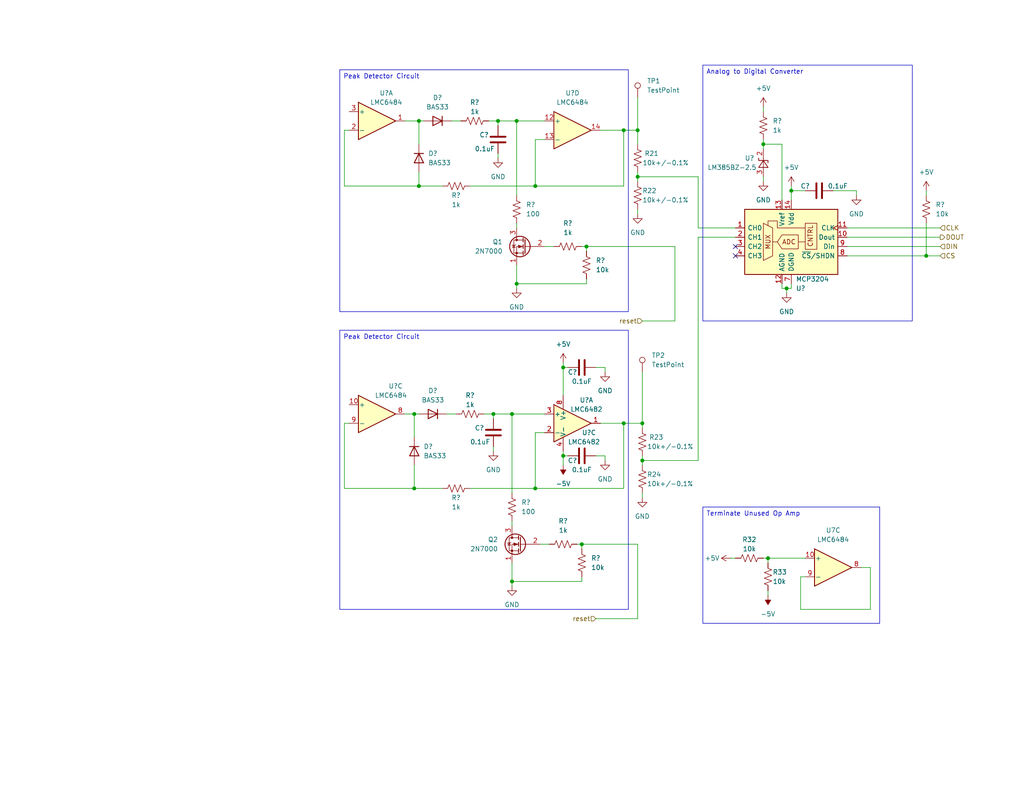
<source format=kicad_sch>
(kicad_sch (version 20230121) (generator eeschema)
  (paper "A")
  (title_block (title "Inductance and Capacitance Meter Analog Front End") (date "2023-10-27") (rev "1") (comment 1 "All resistors are 1% tolerance."))
  (lib_symbols
    (symbol "Amplifier_Operational:LMC6482" (pin_names (offset 0.127))
      (property "Reference" "U" (at 0 5.08 0))
      (property "Value" "LMC6482" (at 0 -5.08 0))
      (symbol "LMC6482_1_1"
        (polyline (pts (xy -5.08 5.08) (xy 5.08 0) (xy -5.08 -5.08) (xy -5.08 5.08)) (stroke (width 0.254)) (fill (type background)))
        (pin output line (at 7.62 0 180) (length 2.54) (name "~") (number "1"))
        (pin input line (at -7.62 -2.54 0) (length 2.54) (name "-") (number "2"))
        (pin input line (at -7.62 2.54 0) (length 2.54) (name "+") (number "3"))
      )
      (symbol "LMC6482_2_1"
        (polyline (pts (xy -5.08 5.08) (xy 5.08 0) (xy -5.08 -5.08) (xy -5.08 5.08)) (stroke (width 0.254)) (fill (type background)))
        (pin input line (at -7.62 2.54 0) (length 2.54) (name "+") (number "5"))
        (pin input line (at -7.62 -2.54 0) (length 2.54) (name "-") (number "6"))
        (pin output line (at 7.62 0 180) (length 2.54) (name "~") (number "7"))
      )
      (symbol "LMC6482_3_1"
        (pin power_in line (at -2.54 -7.62 90) (length 3.81) (name "V-") (number "4"))
        (pin power_in line (at -2.54 7.62 270) (length 3.81) (name "V+") (number "8"))
      )
    )
    (symbol "Amplifier_Operational:LMC6484" (pin_names (offset 0.127))
      (property "Reference" "U" (at 0 5.08 0))
      (property "Value" "LMC6484" (at 0 -5.08 0))
      (symbol "LMC6484_1_1"
        (polyline (pts (xy -5.08 5.08) (xy 5.08 0) (xy -5.08 -5.08) (xy -5.08 5.08)) (stroke (width 0.254)) (fill (type background)))
        (pin output line (at 7.62 0 180) (length 2.54) (name "~") (number "1"))
        (pin input line (at -7.62 -2.54 0) (length 2.54) (name "-") (number "2"))
        (pin input line (at -7.62 2.54 0) (length 2.54) (name "+") (number "3"))
      )
      (symbol "LMC6484_2_1"
        (polyline (pts (xy -5.08 5.08) (xy 5.08 0) (xy -5.08 -5.08) (xy -5.08 5.08)) (stroke (width 0.254)) (fill (type background)))
        (pin input line (at -7.62 2.54 0) (length 2.54) (name "+") (number "5"))
        (pin input line (at -7.62 -2.54 0) (length 2.54) (name "-") (number "6"))
        (pin output line (at 7.62 0 180) (length 2.54) (name "~") (number "7"))
      )
      (symbol "LMC6484_3_1"
        (polyline (pts (xy -5.08 5.08) (xy 5.08 0) (xy -5.08 -5.08) (xy -5.08 5.08)) (stroke (width 0.254)) (fill (type background)))
        (pin input line (at -7.62 2.54 0) (length 2.54) (name "+") (number "10"))
        (pin output line (at 7.62 0 180) (length 2.54) (name "~") (number "8"))
        (pin input line (at -7.62 -2.54 0) (length 2.54) (name "-") (number "9"))
      )
      (symbol "LMC6484_4_1"
        (polyline (pts (xy -5.08 5.08) (xy 5.08 0) (xy -5.08 -5.08) (xy -5.08 5.08)) (stroke (width 0.254)) (fill (type background)))
        (pin input line (at -7.62 2.54 0) (length 2.54) (name "+") (number "12"))
        (pin input line (at -7.62 -2.54 0) (length 2.54) (name "-") (number "13"))
        (pin output line (at 7.62 0 180) (length 2.54) (name "~") (number "14"))
      )
      (symbol "LMC6484_5_1"
        (pin power_in line (at -2.54 -7.62 90) (length 3.81) (name "V-") (number "11"))
        (pin power_in line (at -2.54 7.62 270) (length 3.81) (name "V+") (number "4"))
      )
    )
    (symbol "Analog_ADC:MCP3204" (pin_names (offset 0.762))
      (property "Reference" "U" (at -5.08 10.795 0))
      (property "Value" "MCP3204" (at -5.08 8.89 0))
      (symbol "MCP3204_0_0"
        (text "ADC" (at -0.635 -1.27 0) (effects (font (size 1.27 1.27))))
        (text "CNTRL" (at 5.969 -2.667 900) (effects (font (size 1.27 1.27)) (justify left bottom)))
        (text "MUX" (at -6.35 -1.27 900) (effects (font (size 1.27 1.27))))
      )
      (symbol "MCP3204_0_1"
        (polyline (pts (xy -5.08 -1.27) (xy -3.81 -1.27)))
        (polyline (pts (xy 1.905 -1.27) (xy 3.81 -1.27)))
        (polyline (pts (xy -7.62 3.81) (xy -7.62 -6.35) (xy -5.08 -5.08) (xy -5.08 2.54) (xy -7.62 3.81)))
        (polyline (pts (xy 3.81 2.54) (xy -3.81 2.54) (xy -3.81 4.445) (xy -6.35 4.445) (xy -6.35 3.175)))
        (polyline (pts (xy -3.81 -1.27) (xy -2.54 0.635) (xy 1.905 0.635) (xy 1.905 -3.175) (xy -2.54 -3.175) (xy -3.81 -1.27)))
        (rectangle (start 3.81 -3.302) (end 6.985 3.81))
        (rectangle (start 12.7 7.62) (end -12.7 -10.16) (stroke (width 0.254)) (fill (type background)))
      )
      (symbol "MCP3204_1_1"
        (pin input line (at -15.24 2.54 0) (length 2.54) (name "CH0") (number "1"))
        (pin output line (at 15.24 0 180) (length 2.54) (name "Dout") (number "10"))
        (pin input clock (at 15.24 2.54 180) (length 2.54) (name "CLK") (number "11"))
        (pin power_in line (at -2.54 -12.7 90) (length 2.54) (name "AGND") (number "12"))
        (pin power_in line (at -2.54 10.16 270) (length 2.54) (name "Vref") (number "13"))
        (pin power_in line (at 0 10.16 270) (length 2.54) (name "Vdd") (number "14"))
        (pin input line (at -15.24 0 0) (length 2.54) (name "CH1") (number "2"))
        (pin input line (at -15.24 -2.54 0) (length 2.54) (name "CH2") (number "3"))
        (pin input line (at -15.24 -5.08 0) (length 2.54) (name "CH3") (number "4"))
        (pin no_connect line (at -10.16 -10.16 90) (length 2.54) hide (name "NC") (number "5"))
        (pin no_connect line (at -7.62 -10.16 90) (length 2.54) hide (name "NC") (number "6"))
        (pin power_in line (at 0 -12.7 90) (length 2.54) (name "DGND") (number "7"))
        (pin input line (at 15.24 -5.08 180) (length 2.54) (name "~{CS}/SHDN") (number "8"))
        (pin input line (at 15.24 -2.54 180) (length 2.54) (name "Din") (number "9"))
      )
    )
    (symbol "Connector:TestPoint" (pin_numbers hide) (pin_names (offset 0.762) hide)
      (property "Reference" "TP" (at 0 6.858 0))
      (property "Value" "TestPoint" (at 0 5.08 0))
      (symbol "TestPoint_0_1"
        (circle (center 0 3.302) (radius 0.762))
      )
      (symbol "TestPoint_1_1"
        (pin passive line (at 0 0 90) (length 2.54) (name "1") (number "1"))
      )
    )
    (symbol "Device:C" (pin_numbers hide) (pin_names (offset 0.254))
      (property "Reference" "C" (at 0.635 2.54 0))
      (property "Value" "C" (at 0.635 -2.54 0))
      (symbol "C_0_1"
        (polyline (pts (xy -2.032 -0.762) (xy 2.032 -0.762)) (stroke (width 0.508)))
        (polyline (pts (xy -2.032 0.762) (xy 2.032 0.762)) (stroke (width 0.508)))
      )
      (symbol "C_1_1"
        (pin passive line (at 0 3.81 270) (length 2.794) (name "~") (number "1"))
        (pin passive line (at 0 -3.81 90) (length 2.794) (name "~") (number "2"))
      )
    )
    (symbol "Device:D" (pin_numbers hide) (pin_names (offset 1.016) hide)
      (property "Reference" "D" (at 0 2.54 0))
      (property "Value" "D" (at 0 -2.54 0))
      (symbol "D_0_1"
        (polyline (pts (xy -1.27 1.27) (xy -1.27 -1.27)) (stroke (width 0.254)))
        (polyline (pts (xy 1.27 0) (xy -1.27 0)))
        (polyline (pts (xy 1.27 1.27) (xy 1.27 -1.27) (xy -1.27 0) (xy 1.27 1.27)) (stroke (width 0.254)))
      )
      (symbol "D_1_1"
        (pin passive line (at -3.81 0 0) (length 2.54) (name "K") (number "1"))
        (pin passive line (at 3.81 0 180) (length 2.54) (name "A") (number "2"))
      )
    )
    (symbol "Device:R_US" (pin_numbers hide) (pin_names (offset 0))
      (property "Reference" "R" (at 2.54 0 90))
      (property "Value" "R_US" (at -2.54 0 90))
      (symbol "R_US_0_1"
        (polyline (pts (xy 0 -2.286) (xy 0 -2.54)))
        (polyline (pts (xy 0 2.286) (xy 0 2.54)))
        (polyline (pts (xy 0 -0.762) (xy 1.016 -1.143) (xy 0 -1.524) (xy -1.016 -1.905) (xy 0 -2.286)))
        (polyline (pts (xy 0 0.762) (xy 1.016 0.381) (xy 0 0) (xy -1.016 -0.381) (xy 0 -0.762)))
        (polyline (pts (xy 0 2.286) (xy 1.016 1.905) (xy 0 1.524) (xy -1.016 1.143) (xy 0 0.762)))
      )
      (symbol "R_US_1_1"
        (pin passive line (at 0 3.81 270) (length 1.27) (name "~") (number "1"))
        (pin passive line (at 0 -3.81 90) (length 1.27) (name "~") (number "2"))
      )
    )
    (symbol "Reference_Voltage:LM385BZ-2.5" (pin_names (offset 0.0254) hide)
      (property "Reference" "U" (at 0 2.54 0))
      (property "Value" "LM385BZ-2.5" (at 0 -3.175 0))
      (symbol "LM385BZ-2.5_0_1"
        (polyline (pts (xy -1.27 0) (xy 0 0) (xy 1.27 0)))
        (polyline (pts (xy -1.27 -1.27) (xy 0.635 0) (xy -1.27 1.27) (xy -1.27 -1.27)) (stroke (width 0.2032)))
        (polyline (pts (xy 0 -1.27) (xy 0.635 -1.27) (xy 0.635 1.27) (xy 1.27 1.27)) (stroke (width 0.2032)))
      )
      (symbol "LM385BZ-2.5_1_1"
        (pin passive line (at 3.81 0 180) (length 2.54) (name "K") (number "2"))
        (pin passive line (at -3.81 0 0) (length 2.54) (name "A") (number "3"))
      )
    )
    (symbol "Transistor_FET:2N7000" (pin_names hide)
      (property "Reference" "Q" (at 5.08 1.905 0))
      (property "Value" "2N7000" (at 5.08 0 0))
      (symbol "2N7000_0_1"
        (polyline (pts (xy 0.254 0) (xy -2.54 0)))
        (polyline (pts (xy 0.254 1.905) (xy 0.254 -1.905)) (stroke (width 0.254)))
        (polyline (pts (xy 0.762 -1.27) (xy 0.762 -2.286)) (stroke (width 0.254)))
        (polyline (pts (xy 0.762 0.508) (xy 0.762 -0.508)) (stroke (width 0.254)))
        (polyline (pts (xy 0.762 2.286) (xy 0.762 1.27)) (stroke (width 0.254)))
        (polyline (pts (xy 2.54 2.54) (xy 2.54 1.778)))
        (polyline (pts (xy 2.54 -2.54) (xy 2.54 0) (xy 0.762 0)))
        (polyline (pts (xy 0.762 -1.778) (xy 3.302 -1.778) (xy 3.302 1.778) (xy 0.762 1.778)))
        (polyline (pts (xy 1.016 0) (xy 2.032 0.381) (xy 2.032 -0.381) (xy 1.016 0)) (fill (type outline)))
        (polyline (pts (xy 2.794 0.508) (xy 2.921 0.381) (xy 3.683 0.381) (xy 3.81 0.254)))
        (polyline (pts (xy 3.302 0.381) (xy 2.921 -0.254) (xy 3.683 -0.254) (xy 3.302 0.381)))
        (circle (center 1.651 0) (radius 2.794) (stroke (width 0.254)))
        (circle (center 2.54 -1.778) (radius 0.254) (fill (type outline)))
        (circle (center 2.54 1.778) (radius 0.254) (fill (type outline)))
      )
      (symbol "2N7000_1_1"
        (pin passive line (at 2.54 -5.08 90) (length 2.54) (name "S") (number "1"))
        (pin input line (at -5.08 0 0) (length 2.54) (name "G") (number "2"))
        (pin passive line (at 2.54 5.08 270) (length 2.54) (name "D") (number "3"))
      )
    )
    (symbol "power:+5V" (power) (pin_names (offset 0))
      (property "Value" "+5V" (at 0 3.556 0))
      (symbol "+5V_0_1"
        (polyline (pts (xy -0.762 1.27) (xy 0 2.54)))
        (polyline (pts (xy 0 0) (xy 0 2.54)))
        (polyline (pts (xy 0 2.54) (xy 0.762 1.27)))
      )
      (symbol "+5V_1_1"
        (pin power_in line (at 0 0 90) (length 0) hide (name "+5V") (number "1"))
      )
    )
    (symbol "power:-5V" (power) (pin_names (offset 0))
      (property "Value" "-5V" (at 0 3.81 0))
      (symbol "-5V_0_0"
        (pin power_in line (at 0 0 90) (length 0) hide (name "-5V") (number "1"))
      )
      (symbol "-5V_0_1"
        (polyline (pts (xy 0 0) (xy 0 1.27) (xy 0.762 1.27) (xy 0 2.54) (xy -0.762 1.27) (xy 0 1.27)) (fill (type outline)))
      )
    )
    (symbol "power:GND" (power) (pin_names (offset 0))
      (property "Value" "GND" (at 0 -3.81 0))
      (symbol "GND_0_1"
        (polyline (pts (xy 0 0) (xy 0 -1.27) (xy 1.27 -1.27) (xy 0 -2.54) (xy -1.27 -1.27) (xy 0 -1.27)))
      )
      (symbol "GND_1_1"
        (pin power_in line (at 0 0 270) (length 0) hide (name "GND") (number "1"))
      )
    )
  )
  (junction (at 113.03 133.35))
  (junction (at 139.7 113.03))
  (junction (at 158.75 148.59))
  (junction (at 209.55 152.4))
  (junction (at 252.73 69.85))
  (junction (at 170.18 35.56))
  (junction (at 153.67 100.33))
  (junction (at 139.7 158.75))
  (junction (at 153.67 124.46))
  (junction (at 146.05 50.8))
  (junction (at 114.3 33.02))
  (junction (at 170.18 115.57))
  (junction (at 134.62 113.03))
  (junction (at 173.99 35.56))
  (junction (at 214.63 78.74))
  (junction (at 175.26 115.57))
  (junction (at 140.97 77.47))
  (junction (at 160.02 67.31))
  (junction (at 114.3 50.8))
  (junction (at 135.89 33.02))
  (junction (at 113.03 113.03))
  (junction (at 215.9 52.07))
  (junction (at 208.28 39.37))
  (junction (at 175.26 125.73))
  (junction (at 140.97 33.02))
  (junction (at 173.99 48.26))
  (junction (at 146.05 133.35))
  (no_connect (at 200.66 69.85))
  (no_connect (at 200.66 67.31))
  (wire (pts (xy 190.5 62.23) (xy 200.66 62.23)))
  (wire (pts (xy 140.97 77.47) (xy 140.97 78.74)))
  (wire (pts (xy 153.67 123.19) (xy 153.67 124.46)))
  (wire (pts (xy 158.75 157.48) (xy 158.75 158.75)))
  (wire (pts (xy 215.9 78.74) (xy 215.9 77.47)))
  (wire (pts (xy 128.27 133.35) (xy 146.05 133.35)))
  (wire (pts (xy 213.36 78.74) (xy 214.63 78.74)))
  (wire (pts (xy 208.28 29.21) (xy 208.28 30.48)))
  (wire (pts (xy 153.67 100.33) (xy 153.67 107.95)))
  (wire (pts (xy 93.98 133.35) (xy 93.98 115.57)))
  (wire (pts (xy 93.98 35.56) (xy 93.98 50.8)))
  (wire (pts (xy 162.56 124.46) (xy 165.1 124.46)))
  (wire (pts (xy 146.05 38.1) (xy 146.05 50.8)))
  (wire (pts (xy 184.15 67.31) (xy 184.15 87.63)))
  (wire (pts (xy 199.39 152.4) (xy 200.66 152.4)))
  (wire (pts (xy 148.59 67.31) (xy 151.13 67.31)))
  (wire (pts (xy 173.99 26.67) (xy 173.99 35.56)))
  (wire (pts (xy 134.62 113.03) (xy 134.62 114.3)))
  (wire (pts (xy 113.03 127) (xy 113.03 133.35)))
  (wire (pts (xy 135.89 33.02) (xy 140.97 33.02)))
  (wire (pts (xy 162.56 168.91) (xy 173.99 168.91)))
  (wire (pts (xy 175.26 125.73) (xy 190.5 125.73)))
  (wire (pts (xy 252.73 52.07) (xy 252.73 53.34)))
  (wire (pts (xy 233.68 53.34) (xy 233.68 52.07)))
  (wire (pts (xy 170.18 115.57) (xy 163.83 115.57)))
  (wire (pts (xy 219.71 157.48) (xy 218.44 157.48)))
  (wire (pts (xy 170.18 50.8) (xy 170.18 35.56)))
  (wire (pts (xy 134.62 113.03) (xy 139.7 113.03)))
  (wire (pts (xy 110.49 33.02) (xy 114.3 33.02)))
  (wire (pts (xy 139.7 153.67) (xy 139.7 158.75)))
  (wire (pts (xy 175.26 134.62) (xy 175.26 135.89)))
  (wire (pts (xy 231.14 69.85) (xy 252.73 69.85)))
  (wire (pts (xy 218.44 157.48) (xy 218.44 166.37)))
  (wire (pts (xy 135.89 33.02) (xy 135.89 34.29)))
  (wire (pts (xy 140.97 60.96) (xy 140.97 62.23)))
  (wire (pts (xy 170.18 133.35) (xy 170.18 115.57)))
  (wire (pts (xy 165.1 125.73) (xy 165.1 124.46)))
  (wire (pts (xy 208.28 39.37) (xy 208.28 40.64)))
  (wire (pts (xy 237.49 166.37) (xy 237.49 154.94)))
  (wire (pts (xy 173.99 48.26) (xy 190.5 48.26)))
  (wire (pts (xy 208.28 38.1) (xy 208.28 39.37)))
  (wire (pts (xy 134.62 121.92) (xy 134.62 123.19)))
  (wire (pts (xy 114.3 39.37) (xy 114.3 33.02)))
  (wire (pts (xy 146.05 118.11) (xy 146.05 133.35)))
  (wire (pts (xy 165.1 101.6) (xy 165.1 100.33)))
  (wire (pts (xy 146.05 133.35) (xy 170.18 133.35)))
  (wire (pts (xy 209.55 152.4) (xy 219.71 152.4)))
  (wire (pts (xy 173.99 148.59) (xy 158.75 148.59)))
  (wire (pts (xy 231.14 62.23) (xy 256.54 62.23)))
  (wire (pts (xy 173.99 48.26) (xy 173.99 49.53)))
  (wire (pts (xy 190.5 48.26) (xy 190.5 62.23)))
  (wire (pts (xy 173.99 35.56) (xy 173.99 39.37)))
  (wire (pts (xy 218.44 166.37) (xy 237.49 166.37)))
  (wire (pts (xy 209.55 161.29) (xy 209.55 162.56)))
  (wire (pts (xy 146.05 50.8) (xy 170.18 50.8)))
  (wire (pts (xy 139.7 113.03) (xy 139.7 134.62)))
  (wire (pts (xy 153.67 124.46) (xy 154.94 124.46)))
  (wire (pts (xy 214.63 78.74) (xy 215.9 78.74)))
  (wire (pts (xy 173.99 168.91) (xy 173.99 148.59)))
  (wire (pts (xy 213.36 77.47) (xy 213.36 78.74)))
  (wire (pts (xy 175.26 125.73) (xy 175.26 127)))
  (wire (pts (xy 139.7 158.75) (xy 139.7 160.02)))
  (wire (pts (xy 114.3 33.02) (xy 115.57 33.02)))
  (wire (pts (xy 209.55 153.67) (xy 209.55 152.4)))
  (wire (pts (xy 175.26 115.57) (xy 175.26 116.84)))
  (wire (pts (xy 214.63 78.74) (xy 214.63 80.01)))
  (wire (pts (xy 160.02 67.31) (xy 160.02 68.58)))
  (wire (pts (xy 231.14 67.31) (xy 256.54 67.31)))
  (wire (pts (xy 213.36 54.61) (xy 213.36 39.37)))
  (wire (pts (xy 231.14 64.77) (xy 256.54 64.77)))
  (wire (pts (xy 170.18 35.56) (xy 173.99 35.56)))
  (wire (pts (xy 93.98 115.57) (xy 95.25 115.57)))
  (wire (pts (xy 128.27 50.8) (xy 146.05 50.8)))
  (wire (pts (xy 237.49 154.94) (xy 234.95 154.94)))
  (wire (pts (xy 147.32 148.59) (xy 149.86 148.59)))
  (wire (pts (xy 252.73 60.96) (xy 252.73 69.85)))
  (wire (pts (xy 135.89 41.91) (xy 135.89 43.18)))
  (wire (pts (xy 113.03 113.03) (xy 113.03 119.38)))
  (wire (pts (xy 160.02 67.31) (xy 184.15 67.31)))
  (wire (pts (xy 140.97 33.02) (xy 148.59 33.02)))
  (wire (pts (xy 93.98 133.35) (xy 113.03 133.35)))
  (wire (pts (xy 110.49 113.03) (xy 113.03 113.03)))
  (wire (pts (xy 190.5 64.77) (xy 190.5 125.73)))
  (wire (pts (xy 113.03 113.03) (xy 114.3 113.03)))
  (wire (pts (xy 158.75 67.31) (xy 160.02 67.31)))
  (wire (pts (xy 95.25 35.56) (xy 93.98 35.56)))
  (wire (pts (xy 208.28 48.26) (xy 208.28 49.53)))
  (wire (pts (xy 190.5 64.77) (xy 200.66 64.77)))
  (wire (pts (xy 162.56 100.33) (xy 165.1 100.33)))
  (wire (pts (xy 114.3 50.8) (xy 120.65 50.8)))
  (wire (pts (xy 252.73 69.85) (xy 256.54 69.85)))
  (wire (pts (xy 114.3 50.8) (xy 114.3 46.99)))
  (wire (pts (xy 153.67 100.33) (xy 154.94 100.33)))
  (wire (pts (xy 93.98 50.8) (xy 114.3 50.8)))
  (wire (pts (xy 121.92 113.03) (xy 124.46 113.03)))
  (wire (pts (xy 139.7 142.24) (xy 139.7 143.51)))
  (wire (pts (xy 213.36 39.37) (xy 208.28 39.37)))
  (wire (pts (xy 133.35 33.02) (xy 135.89 33.02)))
  (wire (pts (xy 123.19 33.02) (xy 125.73 33.02)))
  (wire (pts (xy 160.02 76.2) (xy 160.02 77.47)))
  (wire (pts (xy 113.03 133.35) (xy 120.65 133.35)))
  (wire (pts (xy 173.99 57.15) (xy 173.99 58.42)))
  (wire (pts (xy 175.26 101.6) (xy 175.26 115.57)))
  (wire (pts (xy 139.7 113.03) (xy 148.59 113.03)))
  (wire (pts (xy 170.18 35.56) (xy 163.83 35.56)))
  (wire (pts (xy 160.02 77.47) (xy 140.97 77.47)))
  (wire (pts (xy 140.97 72.39) (xy 140.97 77.47)))
  (wire (pts (xy 173.99 46.99) (xy 173.99 48.26)))
  (wire (pts (xy 208.28 152.4) (xy 209.55 152.4)))
  (wire (pts (xy 227.33 52.07) (xy 233.68 52.07)))
  (wire (pts (xy 140.97 33.02) (xy 140.97 53.34)))
  (wire (pts (xy 215.9 52.07) (xy 219.71 52.07)))
  (wire (pts (xy 153.67 124.46) (xy 153.67 127)))
  (wire (pts (xy 175.26 124.46) (xy 175.26 125.73)))
  (wire (pts (xy 215.9 52.07) (xy 215.9 54.61)))
  (wire (pts (xy 132.08 113.03) (xy 134.62 113.03)))
  (wire (pts (xy 158.75 148.59) (xy 158.75 149.86)))
  (wire (pts (xy 215.9 50.8) (xy 215.9 52.07)))
  (wire (pts (xy 158.75 158.75) (xy 139.7 158.75)))
  (wire (pts (xy 153.67 99.06) (xy 153.67 100.33)))
  (wire (pts (xy 148.59 38.1) (xy 146.05 38.1)))
  (wire (pts (xy 170.18 115.57) (xy 175.26 115.57)))
  (wire (pts (xy 146.05 118.11) (xy 148.59 118.11)))
  (wire (pts (xy 158.75 148.59) (xy 157.48 148.59)))
  (wire (pts (xy 175.26 87.63) (xy 184.15 87.63)))
  (text_box "Analog to Digital Converter" (at 191.77 17.78 0) (size 57.15 69.85) (effects (font (size 1.27 1.27)) (justify left top)))
  (text_box "Peak Detector Circuit" (at 92.71 90.17 0) (size 78.74 76.2) (effects (font (size 1.27 1.27)) (justify left top)))
  (text_box "Terminate Unused Op Amp" (at 191.77 138.43 0) (size 48.26 31.75) (effects (font (size 1.27 1.27)) (justify left top)))
  (text_box "Peak Detector Circuit" (at 92.71 19.05 0) (size 78.74 66.04) (effects (font (size 1.27 1.27)) (justify left top)))
  (hierarchical_label "CLK" (shape input) (at 256.54 62.23 0))
  (hierarchical_label "CS" (shape input) (at 256.54 69.85 0))
  (hierarchical_label "reset" (shape input) (at 175.26 87.63 180))
  (hierarchical_label "DOUT" (shape output) (at 256.54 64.77 0))
  (hierarchical_label "DIN" (shape input) (at 256.54 67.31 0))
  (hierarchical_label "reset" (shape input) (at 162.56 168.91 180))
  (symbol (lib_id "Amplifier_Operational:LMC6484") (at 156.21 35.56 0) (unit 4)
    (property "Reference" "U?" (at 156.21 25.4 0))
    (property "Value" "LMC6484" (at 156.21 27.94 0))
    (property "Datasheet" "http://www.ti.com/lit/ds/symlink/lmc6484.pdf" (effects hide))
    (instances (project "LC_meter" (path "" (reference "U?") (unit 4)) (path "" (reference "U2") (unit 4))))
  )
  (symbol (lib_id "power:+5V") (at 208.28 29.21 0) (unit 1)
    (property "Reference" "#PWR?" (effects hide))
    (property "Value" "+5V" (at 208.28 24.13 0))
    (instances (project "LC_meter" (path "" (reference "#PWR?") (unit 1)) (path "" (reference "#PWR02") (unit 1))))
  )
  (symbol (lib_id "power:GND") (at 165.1 101.6 0) (unit 1)
    (property "Reference" "#PWR?" (effects hide))
    (property "Value" "GND" (at 165.1 106.68 0))
    (instances (project "LC_meter" (path "" (reference "#PWR?") (unit 1)) (path "" (reference "#PWR016") (unit 1))))
  )
  (symbol (lib_id "power:GND") (at 165.1 125.73 0) (unit 1)
    (property "Reference" "#PWR?" (effects hide))
    (property "Value" "GND" (at 165.1 130.81 0))
    (instances (project "LC_meter" (path "" (reference "#PWR?") (unit 1)) (path "" (reference "#PWR017") (unit 1))))
  )
  (symbol (lib_id "Device:R_US") (at 160.02 72.39 0) (unit 1)
    (property "Reference" "R?" (at 162.56 71.12 0) (effects (justify left)))
    (property "Value" "10k" (at 162.56 73.66 0) (effects (justify left)))
    (instances (project "LC_meter" (path "" (reference "R?") (unit 1)) (path "" (reference "R13") (unit 1))))
  )
  (symbol (lib_id "power:GND") (at 173.99 58.42 0) (unit 1)
    (property "Reference" "#PWR?" (effects hide))
    (property "Value" "GND" (at 173.99 63.5 0))
    (instances (project "LC_meter" (path "" (reference "#PWR?") (unit 1)) (path "" (reference "#PWR030") (unit 1))))
  )
  (symbol (lib_id "Device:R_US") (at 173.99 43.18 0) (unit 1)
    (property "Reference" "R21" (at 177.8 41.91 0))
    (property "Value" "10k+/-0.1%" (at 181.61 44.45 0))
  )
  (symbol (lib_id "Device:R_US") (at 124.46 50.8 90) (unit 1)
    (property "Reference" "R?" (at 124.46 53.34 90))
    (property "Value" "1k" (at 124.46 55.88 90))
    (instances (project "LC_meter" (path "" (reference "R?") (unit 1)) (path "" (reference "R17") (unit 1))))
  )
  (symbol (lib_id "Connector:TestPoint") (at 175.26 101.6 0) (unit 1)
    (property "Reference" "TP2" (at 177.8 97.028 0) (effects (justify left)))
    (property "Value" "TestPoint" (at 177.8 99.568 0) (effects (justify left)))
  )
  (symbol (lib_id "Device:D") (at 113.03 123.19 270) (unit 1)
    (property "Reference" "D?" (at 115.57 121.92 90) (effects (justify left)))
    (property "Value" "BAS33" (at 115.57 124.46 90) (effects (justify left)))
    (property "Sim.Device" "D" (effects hide))
    (property "Sim.Pins" "1=K 2=A" (effects hide))
    (instances (project "LC_meter" (path "" (reference "D?") (unit 1)) (path "" (reference "D3") (unit 1))))
  )
  (symbol (lib_id "Device:R_US") (at 252.73 57.15 0) (unit 1)
    (property "Reference" "R?" (at 255.27 55.88 0) (effects (justify left)))
    (property "Value" "10k" (at 255.27 58.42 0) (effects (justify left)))
    (instances (project "LC_meter" (path "" (reference "R?") (unit 1)) (path "" (reference "R27") (unit 1))))
  )
  (symbol (lib_id "Connector:TestPoint") (at 173.99 26.67 0) (unit 1)
    (property "Reference" "TP1" (at 176.53 22.098 0) (effects (justify left)))
    (property "Value" "TestPoint" (at 176.53 24.638 0) (effects (justify left)))
  )
  (symbol (lib_id "Amplifier_Operational:LMC6482") (at 156.21 115.57 0) (unit 1)
    (property "Reference" "U?" (at 160.02 109.22 0))
    (property "Value" "LMC6482" (at 160.02 111.76 0))
    (property "Datasheet" "http://www.ti.com/lit/ds/symlink/lmc6482.pdf" (effects hide))
    (instances (project "LC_meter" (path "" (reference "U?") (unit 1)) (path "" (reference "U1") (unit 1))))
  )
  (symbol (lib_id "Device:R_US") (at 209.55 157.48 180) (unit 1)
    (property "Reference" "R33" (at 210.82 156.21 0) (effects (justify right)))
    (property "Value" "10k" (at 210.82 158.75 0) (effects (justify right)))
  )
  (symbol (lib_id "power:-5V") (at 209.55 162.56 180) (unit 1)
    (property "Reference" "#PWR?" (effects hide))
    (property "Value" "-5V" (at 209.55 167.64 0))
    (instances (project "LC_meter" (path "" (reference "#PWR?") (unit 1)) (path "" (reference "#PWR042") (unit 1))))
  )
  (symbol (lib_id "Device:R_US") (at 154.94 67.31 90) (unit 1)
    (property "Reference" "R?" (at 154.94 60.96 90))
    (property "Value" "1k" (at 154.94 63.5 90))
    (instances (project "LC_meter" (path "" (reference "R?") (unit 1)) (path "" (reference "R15") (unit 1))))
  )
  (symbol (lib_id "Device:R_US") (at 128.27 113.03 90) (unit 1)
    (property "Reference" "R?" (at 128.27 107.95 90))
    (property "Value" "1k" (at 128.27 110.49 90))
    (instances (project "LC_meter" (path "" (reference "R?") (unit 1)) (path "" (reference "R8") (unit 1))))
  )
  (symbol (lib_id "Device:C") (at 135.89 38.1 0) (unit 1)
    (property "Reference" "C?" (at 130.81 36.83 0) (effects (justify left)))
    (property "Value" "0.1uF" (at 129.54 40.64 0) (effects (justify left)))
    (instances (project "LC_meter" (path "" (reference "C?") (unit 1)) (path "" (reference "C7") (unit 1))))
  )
  (symbol (lib_id "Device:D") (at 118.11 113.03 180) (unit 1)
    (property "Reference" "D?" (at 118.11 106.68 0))
    (property "Value" "BAS33" (at 118.11 109.22 0))
    (property "Sim.Device" "D" (effects hide))
    (property "Sim.Pins" "1=K 2=A" (effects hide))
    (instances (project "LC_meter" (path "" (reference "D?") (unit 1)) (path "" (reference "D2") (unit 1))))
  )
  (symbol (lib_id "power:GND") (at 214.63 80.01 0) (unit 1)
    (property "Reference" "#PWR?" (effects hide))
    (property "Value" "GND" (at 214.63 85.09 0))
    (instances (project "LC_meter" (path "" (reference "#PWR?") (unit 1)) (path "" (reference "#PWR021") (unit 1))))
  )
  (symbol (lib_id "power:+5V") (at 153.67 99.06 0) (unit 1)
    (property "Reference" "#PWR?" (effects hide))
    (property "Value" "+5V" (at 153.67 93.98 0))
    (instances (project "LC_meter" (path "" (reference "#PWR?") (unit 1)) (path "" (reference "#PWR014") (unit 1))))
  )
  (symbol (lib_id "power:GND") (at 233.68 53.34 0) (unit 1)
    (property "Reference" "#PWR?" (effects hide))
    (property "Value" "GND" (at 233.68 58.42 0))
    (instances (project "LC_meter" (path "" (reference "#PWR?") (unit 1)) (path "" (reference "#PWR024") (unit 1))))
  )
  (symbol (lib_id "power:GND") (at 134.62 123.19 0) (unit 1)
    (property "Reference" "#PWR?" (effects hide))
    (property "Value" "GND" (at 134.62 128.27 0))
    (instances (project "LC_meter" (path "" (reference "#PWR?") (unit 1)) (path "" (reference "#PWR010") (unit 1))))
  )
  (symbol (lib_id "power:GND") (at 139.7 160.02 0) (unit 1)
    (property "Reference" "#PWR?" (effects hide))
    (property "Value" "GND" (at 139.7 165.1 0))
    (instances (project "LC_meter" (path "" (reference "#PWR?") (unit 1)) (path "" (reference "#PWR012") (unit 1))))
  )
  (symbol (lib_id "power:+5V") (at 199.39 152.4 90) (unit 1)
    (property "Reference" "#PWR?" (effects hide))
    (property "Value" "+5V" (at 194.31 152.4 90))
    (instances (project "LC_meter" (path "" (reference "#PWR?") (unit 1)) (path "" (reference "#PWR044") (unit 1))))
  )
  (symbol (lib_id "Device:R_US") (at 124.46 133.35 90) (unit 1)
    (property "Reference" "R?" (at 124.46 135.89 90))
    (property "Value" "1k" (at 124.46 138.43 90))
    (instances (project "LC_meter" (path "" (reference "R?") (unit 1)) (path "" (reference "R18") (unit 1))))
  )
  (symbol (lib_id "power:GND") (at 135.89 43.18 0) (unit 1)
    (property "Reference" "#PWR?" (effects hide))
    (property "Value" "GND" (at 135.89 48.26 0))
    (instances (project "LC_meter" (path "" (reference "#PWR?") (unit 1)) (path "" (reference "#PWR011") (unit 1))))
  )
  (symbol (lib_id "Transistor_FET:2N7000") (at 143.51 67.31 0) (mirror y) (unit 1)
    (property "Reference" "Q1" (at 137.16 66.04 0) (effects (justify left)))
    (property "Value" "2N7000" (at 137.16 68.58 0) (effects (justify left)))
    (property "Footprint" "Package_TO_SOT_THT:TO-92_Inline" (effects hide))
    (property "Datasheet" "https://www.vishay.com/docs/70226/70226.pdf" (effects hide))
  )
  (symbol (lib_id "Device:C") (at 158.75 100.33 90) (unit 1)
    (property "Reference" "C?" (at 156.21 101.6 90))
    (property "Value" "0.1uF" (at 158.75 104.14 90))
    (instances (project "LC_meter" (path "" (reference "C?") (unit 1)) (path "" (reference "C8") (unit 1))))
  )
  (symbol (lib_id "Device:R_US") (at 175.26 130.81 180) (unit 1)
    (property "Reference" "R24" (at 176.53 129.54 0) (effects (justify right)))
    (property "Value" "10k+/-0.1%" (at 176.53 132.08 0) (effects (justify right)))
  )
  (symbol (lib_id "Device:D") (at 114.3 43.18 270) (unit 1)
    (property "Reference" "D?" (at 116.84 41.91 90) (effects (justify left)))
    (property "Value" "BAS33" (at 116.84 44.45 90) (effects (justify left)))
    (property "Sim.Device" "D" (effects hide))
    (property "Sim.Pins" "1=K 2=A" (effects hide))
    (instances (project "LC_meter" (path "" (reference "D?") (unit 1)) (path "" (reference "D4") (unit 1))))
  )
  (symbol (lib_id "Device:C") (at 158.75 124.46 90) (unit 1)
    (property "Reference" "C?" (at 156.21 125.73 90))
    (property "Value" "0.1uF" (at 158.75 128.27 90))
    (instances (project "LC_meter" (path "" (reference "C?") (unit 1)) (path "" (reference "C9") (unit 1))))
  )
  (symbol (lib_id "Device:R_US") (at 175.26 120.65 0) (unit 1)
    (property "Reference" "R23" (at 179.07 119.38 0))
    (property "Value" "10k+/-0.1%" (at 182.88 121.92 0))
  )
  (symbol (lib_id "power:+5V") (at 252.73 52.07 0) (unit 1)
    (property "Reference" "#PWR?" (effects hide))
    (property "Value" "+5V" (at 252.73 46.99 0))
    (instances (project "LC_meter" (path "" (reference "#PWR?") (unit 1)) (path "" (reference "#PWR026") (unit 1))))
  )
  (symbol (lib_id "Device:C") (at 134.62 118.11 0) (unit 1)
    (property "Reference" "C?" (at 129.54 116.84 0) (effects (justify left)))
    (property "Value" "0.1uF" (at 128.27 120.65 0) (effects (justify left)))
    (instances (project "LC_meter" (path "" (reference "C?") (unit 1)) (path "" (reference "C6") (unit 1))))
  )
  (symbol (lib_id "Device:R_US") (at 140.97 57.15 0) (unit 1)
    (property "Reference" "R?" (at 143.51 55.88 0) (effects (justify left)))
    (property "Value" "100" (at 143.51 58.42 0) (effects (justify left)))
    (instances (project "LC_meter" (path "" (reference "R?") (unit 1)) (path "" (reference "R11") (unit 1))))
  )
  (symbol (lib_id "Reference_Voltage:LM385BZ-2.5") (at 208.28 44.45 90) (unit 1)
    (property "Reference" "U?" (at 203.2 43.18 90) (effects (justify right)))
    (property "Value" "LM385BZ-2.5" (at 193.04 45.72 90) (effects (justify right)))
    (property "Footprint" "Package_TO_SOT_THT:TO-92_Inline" (effects hide))
    (property "Datasheet" "http://www.onsemi.com/pub_link/Collateral/LM285-D.PDF" (effects hide))
    (instances (project "LC_meter" (path "" (reference "U?") (unit 1)) (path "" (reference "U3") (unit 1))))
  )
  (symbol (lib_id "Amplifier_Operational:LMC6484") (at 227.33 154.94 0) (unit 3)
    (property "Reference" "U7" (at 227.33 144.78 0))
    (property "Value" "LMC6484" (at 227.33 147.32 0))
    (property "Datasheet" "http://www.ti.com/lit/ds/symlink/lmc6484.pdf" (effects hide))
  )
  (symbol (lib_id "Device:R_US") (at 204.47 152.4 90) (unit 1)
    (property "Reference" "R32" (at 204.47 147.32 90))
    (property "Value" "10k" (at 204.47 149.86 90))
  )
  (symbol (lib_id "Device:R_US") (at 208.28 34.29 0) (unit 1)
    (property "Reference" "R?" (at 210.82 33.02 0) (effects (justify left)))
    (property "Value" "1k" (at 210.82 35.56 0) (effects (justify left)))
    (instances (project "LC_meter" (path "" (reference "R?") (unit 1)) (path "" (reference "R16") (unit 1))))
  )
  (symbol (lib_id "Device:C") (at 223.52 52.07 90) (unit 1)
    (property "Reference" "C?" (at 219.71 50.8 90))
    (property "Value" "0.1uF" (at 228.6 50.8 90))
    (instances (project "LC_meter" (path "" (reference "C?") (unit 1)) (path "" (reference "C11") (unit 1))))
  )
  (symbol (lib_id "power:+5V") (at 215.9 50.8 0) (unit 1)
    (property "Reference" "#PWR?" (effects hide))
    (property "Value" "+5V" (at 215.9 45.72 0))
    (instances (project "LC_meter" (path "" (reference "#PWR?") (unit 1)) (path "" (reference "#PWR022") (unit 1))))
  )
  (symbol (lib_id "power:GND") (at 175.26 135.89 0) (unit 1)
    (property "Reference" "#PWR?" (effects hide))
    (property "Value" "GND" (at 175.26 140.97 0))
    (instances (project "LC_meter" (path "" (reference "#PWR?") (unit 1)) (path "" (reference "#PWR031") (unit 1))))
  )
  (symbol (lib_id "Amplifier_Operational:LMC6482") (at 156.21 115.57 0) (unit 3)
    (property "Reference" "U?" (at 158.75 118.11 0) (effects (justify left)))
    (property "Value" "LMC6482" (at 154.94 120.65 0) (effects (justify left)))
    (property "Datasheet" "http://www.ti.com/lit/ds/symlink/lmc6482.pdf" (effects hide))
    (instances (project "LC_meter" (path "" (reference "U?") (unit 3)) (path "" (reference "U1") (unit 3))))
  )
  (symbol (lib_id "Device:D") (at 119.38 33.02 180) (unit 1)
    (property "Reference" "D?" (at 119.38 26.67 0))
    (property "Value" "BAS33" (at 119.38 29.21 0))
    (property "Sim.Device" "D" (effects hide))
    (property "Sim.Pins" "1=K 2=A" (effects hide))
    (instances (project "LC_meter" (path "" (reference "D?") (unit 1)) (path "" (reference "D1") (unit 1))))
  )
  (symbol (lib_id "Device:R_US") (at 139.7 138.43 0) (unit 1)
    (property "Reference" "R?" (at 142.24 137.16 0) (effects (justify left)))
    (property "Value" "100" (at 142.24 139.7 0) (effects (justify left)))
    (instances (project "LC_meter" (path "" (reference "R?") (unit 1)) (path "" (reference "R10") (unit 1))))
  )
  (symbol (lib_id "Device:R_US") (at 129.54 33.02 90) (unit 1)
    (property "Reference" "R?" (at 129.54 27.94 90))
    (property "Value" "1k" (at 129.54 30.48 90))
    (instances (project "LC_meter" (path "" (reference "R?") (unit 1)) (path "" (reference "R9") (unit 1))))
  )
  (symbol (lib_id "Amplifier_Operational:LMC6484") (at 102.87 113.03 0) (unit 3)
    (property "Reference" "U?" (at 107.95 105.41 0))
    (property "Value" "LMC6484" (at 106.68 107.95 0))
    (property "Datasheet" "http://www.ti.com/lit/ds/symlink/lmc6484.pdf" (effects hide))
    (instances (project "LC_meter" (path "" (reference "U?") (unit 3)) (path "" (reference "U2") (unit 3))))
  )
  (symbol (lib_id "Device:R_US") (at 158.75 153.67 0) (unit 1)
    (property "Reference" "R?" (at 161.29 152.4 0) (effects (justify left)))
    (property "Value" "10k" (at 161.29 154.94 0) (effects (justify left)))
    (instances (project "LC_meter" (path "" (reference "R?") (unit 1)) (path "" (reference "R12") (unit 1))))
  )
  (symbol (lib_id "Transistor_FET:2N7000") (at 142.24 148.59 0) (mirror y) (unit 1)
    (property "Reference" "Q2" (at 135.89 147.32 0) (effects (justify left)))
    (property "Value" "2N7000" (at 135.89 149.86 0) (effects (justify left)))
    (property "Footprint" "Package_TO_SOT_THT:TO-92_Inline" (effects hide))
    (property "Datasheet" "https://www.vishay.com/docs/70226/70226.pdf" (effects hide))
  )
  (symbol (lib_id "power:GND") (at 208.28 49.53 0) (unit 1)
    (property "Reference" "#PWR?" (effects hide))
    (property "Value" "GND" (at 208.28 54.61 0))
    (instances (project "LC_meter" (path "" (reference "#PWR?") (unit 1)) (path "" (reference "#PWR020") (unit 1))))
  )
  (symbol (lib_id "Device:R_US") (at 173.99 53.34 180) (unit 1)
    (property "Reference" "R22" (at 175.26 52.07 0) (effects (justify right)))
    (property "Value" "10k+/-0.1%" (at 175.26 54.61 0) (effects (justify right)))
  )
  (symbol (lib_id "Amplifier_Operational:LMC6484") (at 102.87 33.02 0) (unit 1)
    (property "Reference" "U?" (at 105.41 25.4 0))
    (property "Value" "LMC6484" (at 105.41 27.94 0))
    (property "Datasheet" "http://www.ti.com/lit/ds/symlink/lmc6484.pdf" (effects hide))
    (instances (project "LC_meter" (path "" (reference "U?") (unit 1)) (path "" (reference "U2") (unit 1))))
  )
  (symbol (lib_id "power:-5V") (at 153.67 127 180) (unit 1)
    (property "Reference" "#PWR?" (effects hide))
    (property "Value" "-5V" (at 153.67 132.08 0))
    (instances (project "LC_meter" (path "" (reference "#PWR?") (unit 1)) (path "" (reference "#PWR015") (unit 1))))
  )
  (symbol (lib_id "power:GND") (at 140.97 78.74 0) (unit 1)
    (property "Reference" "#PWR?" (effects hide))
    (property "Value" "GND" (at 140.97 83.82 0))
    (instances (project "LC_meter" (path "" (reference "#PWR?") (unit 1)) (path "" (reference "#PWR013") (unit 1))))
  )
  (symbol (lib_id "Analog_ADC:MCP3204") (at 215.9 64.77 0) (unit 1)
    (property "Reference" "U?" (at 217.17 78.74 0) (effects (justify left)))
    (property "Value" "MCP3204" (at 217.17 76.2 0) (effects (justify left)))
    (property "Datasheet" "http://ww1.microchip.com/downloads/en/DeviceDoc/21298c.pdf" (effects hide))
    (instances (project "LC_meter" (path "" (reference "U?") (unit 1)) (path "" (reference "U4") (unit 1))))
  )
  (symbol (lib_id "Device:R_US") (at 153.67 148.59 90) (unit 1)
    (property "Reference" "R?" (at 153.67 142.24 90))
    (property "Value" "1k" (at 153.67 144.78 90))
    (instances (project "LC_meter" (path "" (reference "R?") (unit 1)) (path "" (reference "R14") (unit 1))))
  )
)
</source>
